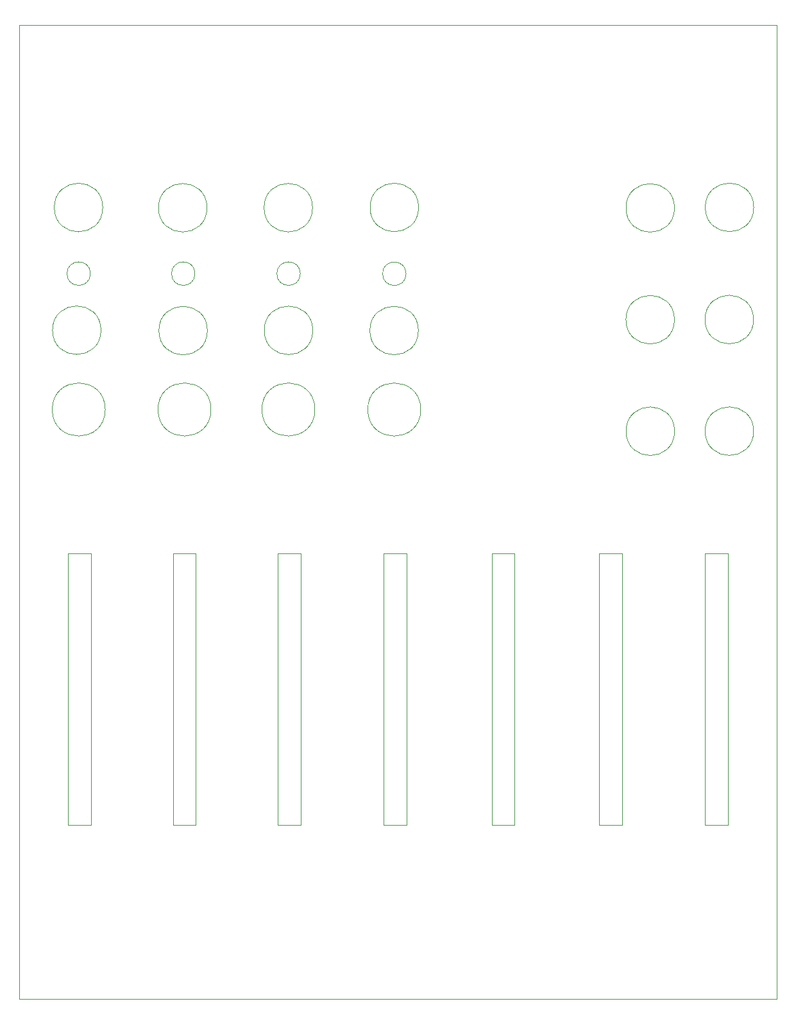
<source format=gbr>
%TF.GenerationSoftware,KiCad,Pcbnew,(6.0.0-0)*%
%TF.CreationDate,2022-12-13T15:44:45-05:00*%
%TF.ProjectId,mixer,6d697865-722e-46b6-9963-61645f706362,rev?*%
%TF.SameCoordinates,Original*%
%TF.FileFunction,Profile,NP*%
%FSLAX46Y46*%
G04 Gerber Fmt 4.6, Leading zero omitted, Abs format (unit mm)*
G04 Created by KiCad (PCBNEW (6.0.0-0)) date 2022-12-13 15:44:45*
%MOMM*%
%LPD*%
G01*
G04 APERTURE LIST*
%TA.AperFunction,Profile*%
%ADD10C,0.100000*%
%TD*%
%TA.AperFunction,Profile*%
%ADD11C,0.120000*%
%TD*%
G04 APERTURE END LIST*
D10*
X195052000Y-55777000D02*
G75*
G03*
X195052000Y-55777000I-1550000J0D01*
G01*
X167352000Y-55777000D02*
G75*
G03*
X167352000Y-55777000I-1550000J0D01*
G01*
X181152000Y-55777000D02*
G75*
G03*
X181152000Y-55777000I-1550000J0D01*
G01*
X157966000Y-22967000D02*
X257966000Y-22967000D01*
X257966000Y-22967000D02*
X257966000Y-151467000D01*
X257966000Y-151467000D02*
X157966000Y-151467000D01*
X157966000Y-151467000D02*
X157966000Y-22967000D01*
X209012000Y-55787000D02*
G75*
G03*
X209012000Y-55787000I-1550000J0D01*
G01*
D11*
%TO.C,REF\u002A\u002A*%
X254906000Y-47037000D02*
G75*
G03*
X254906000Y-47037000I-3200000J0D01*
G01*
X248491000Y-92637000D02*
X251491000Y-92637000D01*
X251491000Y-92637000D02*
X251491000Y-128491000D01*
X251491000Y-128491000D02*
X248491000Y-128491000D01*
X248491000Y-128491000D02*
X248491000Y-92637000D01*
X196666000Y-47077000D02*
G75*
G03*
X196666000Y-47077000I-3200000J0D01*
G01*
X210636000Y-63277000D02*
G75*
G03*
X210636000Y-63277000I-3200000J0D01*
G01*
X254876000Y-61827000D02*
G75*
G03*
X254876000Y-61827000I-3200000J0D01*
G01*
X234521000Y-92637000D02*
X237521000Y-92637000D01*
X237521000Y-92637000D02*
X237521000Y-128491000D01*
X237521000Y-128491000D02*
X234521000Y-128491000D01*
X234521000Y-128491000D02*
X234521000Y-92637000D01*
X178246000Y-92637000D02*
X181246000Y-92637000D01*
X181246000Y-92637000D02*
X181246000Y-128491000D01*
X181246000Y-128491000D02*
X178246000Y-128491000D01*
X178246000Y-128491000D02*
X178246000Y-92637000D01*
X182736000Y-47087000D02*
G75*
G03*
X182736000Y-47087000I-3200000J0D01*
G01*
X206073000Y-92637000D02*
X209073000Y-92637000D01*
X209073000Y-92637000D02*
X209073000Y-128491000D01*
X209073000Y-128491000D02*
X206073000Y-128491000D01*
X206073000Y-128491000D02*
X206073000Y-92637000D01*
X210666000Y-47047000D02*
G75*
G03*
X210666000Y-47047000I-3200000J0D01*
G01*
X182786000Y-63287000D02*
G75*
G03*
X182786000Y-63287000I-3200000J0D01*
G01*
X220332000Y-92637000D02*
X223332000Y-92637000D01*
X223332000Y-92637000D02*
X223332000Y-128491000D01*
X223332000Y-128491000D02*
X220332000Y-128491000D01*
X220332000Y-128491000D02*
X220332000Y-92637000D01*
X183266000Y-73693000D02*
G75*
G03*
X183266000Y-73693000I-3500000J0D01*
G01*
X192107000Y-92637000D02*
X195107000Y-92637000D01*
X195107000Y-92637000D02*
X195107000Y-128491000D01*
X195107000Y-128491000D02*
X192107000Y-128491000D01*
X192107000Y-128491000D02*
X192107000Y-92637000D01*
X244436000Y-61847000D02*
G75*
G03*
X244436000Y-61847000I-3200000J0D01*
G01*
X168976000Y-47057000D02*
G75*
G03*
X168976000Y-47057000I-3200000J0D01*
G01*
X244456000Y-76557000D02*
G75*
G03*
X244456000Y-76557000I-3200000J0D01*
G01*
X244446000Y-47107000D02*
G75*
G03*
X244446000Y-47107000I-3200000J0D01*
G01*
X196696000Y-63257000D02*
G75*
G03*
X196696000Y-63257000I-3200000J0D01*
G01*
X196982000Y-73693000D02*
G75*
G03*
X196982000Y-73693000I-3500000J0D01*
G01*
X254886000Y-76547000D02*
G75*
G03*
X254886000Y-76547000I-3200000J0D01*
G01*
X164421000Y-92637000D02*
X167421000Y-92637000D01*
X167421000Y-92637000D02*
X167421000Y-128491000D01*
X167421000Y-128491000D02*
X164421000Y-128491000D01*
X164421000Y-128491000D02*
X164421000Y-92637000D01*
X169306000Y-73693000D02*
G75*
G03*
X169306000Y-73693000I-3500000J0D01*
G01*
X168742000Y-63237000D02*
G75*
G03*
X168742000Y-63237000I-3200000J0D01*
G01*
X210952000Y-73697000D02*
G75*
G03*
X210952000Y-73697000I-3500000J0D01*
G01*
%TD*%
M02*

</source>
